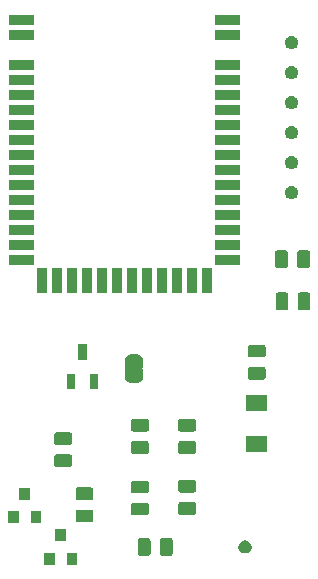
<source format=gbr>
G04 #@! TF.GenerationSoftware,KiCad,Pcbnew,(5.1.2-1)-1*
G04 #@! TF.CreationDate,2021-02-23T18:56:46+01:00*
G04 #@! TF.ProjectId,parasite,70617261-7369-4746-952e-6b696361645f,1.1.0*
G04 #@! TF.SameCoordinates,Original*
G04 #@! TF.FileFunction,Soldermask,Top*
G04 #@! TF.FilePolarity,Negative*
%FSLAX46Y46*%
G04 Gerber Fmt 4.6, Leading zero omitted, Abs format (unit mm)*
G04 Created by KiCad (PCBNEW (5.1.2-1)-1) date 2021-02-23 18:56:46*
%MOMM*%
%LPD*%
G04 APERTURE LIST*
%ADD10C,0.100000*%
G04 APERTURE END LIST*
D10*
G36*
X111401000Y-95001000D02*
G01*
X110499000Y-95001000D01*
X110499000Y-93999000D01*
X111401000Y-93999000D01*
X111401000Y-95001000D01*
X111401000Y-95001000D01*
G37*
G36*
X109501000Y-95001000D02*
G01*
X108599000Y-95001000D01*
X108599000Y-93999000D01*
X109501000Y-93999000D01*
X109501000Y-95001000D01*
X109501000Y-95001000D01*
G37*
G36*
X119309468Y-92753565D02*
G01*
X119348138Y-92765296D01*
X119383777Y-92784346D01*
X119415017Y-92809983D01*
X119440654Y-92841223D01*
X119459704Y-92876862D01*
X119471435Y-92915532D01*
X119476000Y-92961888D01*
X119476000Y-94038112D01*
X119471435Y-94084468D01*
X119459704Y-94123138D01*
X119440654Y-94158777D01*
X119415017Y-94190017D01*
X119383777Y-94215654D01*
X119348138Y-94234704D01*
X119309468Y-94246435D01*
X119263112Y-94251000D01*
X118611888Y-94251000D01*
X118565532Y-94246435D01*
X118526862Y-94234704D01*
X118491223Y-94215654D01*
X118459983Y-94190017D01*
X118434346Y-94158777D01*
X118415296Y-94123138D01*
X118403565Y-94084468D01*
X118399000Y-94038112D01*
X118399000Y-92961888D01*
X118403565Y-92915532D01*
X118415296Y-92876862D01*
X118434346Y-92841223D01*
X118459983Y-92809983D01*
X118491223Y-92784346D01*
X118526862Y-92765296D01*
X118565532Y-92753565D01*
X118611888Y-92749000D01*
X119263112Y-92749000D01*
X119309468Y-92753565D01*
X119309468Y-92753565D01*
G37*
G36*
X117434468Y-92753565D02*
G01*
X117473138Y-92765296D01*
X117508777Y-92784346D01*
X117540017Y-92809983D01*
X117565654Y-92841223D01*
X117584704Y-92876862D01*
X117596435Y-92915532D01*
X117601000Y-92961888D01*
X117601000Y-94038112D01*
X117596435Y-94084468D01*
X117584704Y-94123138D01*
X117565654Y-94158777D01*
X117540017Y-94190017D01*
X117508777Y-94215654D01*
X117473138Y-94234704D01*
X117434468Y-94246435D01*
X117388112Y-94251000D01*
X116736888Y-94251000D01*
X116690532Y-94246435D01*
X116651862Y-94234704D01*
X116616223Y-94215654D01*
X116584983Y-94190017D01*
X116559346Y-94158777D01*
X116540296Y-94123138D01*
X116528565Y-94084468D01*
X116524000Y-94038112D01*
X116524000Y-92961888D01*
X116528565Y-92915532D01*
X116540296Y-92876862D01*
X116559346Y-92841223D01*
X116584983Y-92809983D01*
X116616223Y-92784346D01*
X116651862Y-92765296D01*
X116690532Y-92753565D01*
X116736888Y-92749000D01*
X117388112Y-92749000D01*
X117434468Y-92753565D01*
X117434468Y-92753565D01*
G37*
G36*
X125760721Y-92970174D02*
G01*
X125860995Y-93011709D01*
X125860996Y-93011710D01*
X125951242Y-93072010D01*
X126027990Y-93148758D01*
X126027991Y-93148760D01*
X126088291Y-93239005D01*
X126129826Y-93339279D01*
X126151000Y-93445730D01*
X126151000Y-93554270D01*
X126129826Y-93660721D01*
X126088291Y-93760995D01*
X126088290Y-93760996D01*
X126027990Y-93851242D01*
X125951242Y-93927990D01*
X125905812Y-93958345D01*
X125860995Y-93988291D01*
X125760721Y-94029826D01*
X125654270Y-94051000D01*
X125545730Y-94051000D01*
X125439279Y-94029826D01*
X125339005Y-93988291D01*
X125294188Y-93958345D01*
X125248758Y-93927990D01*
X125172010Y-93851242D01*
X125111710Y-93760996D01*
X125111709Y-93760995D01*
X125070174Y-93660721D01*
X125049000Y-93554270D01*
X125049000Y-93445730D01*
X125070174Y-93339279D01*
X125111709Y-93239005D01*
X125172009Y-93148760D01*
X125172010Y-93148758D01*
X125248758Y-93072010D01*
X125339004Y-93011710D01*
X125339005Y-93011709D01*
X125439279Y-92970174D01*
X125545730Y-92949000D01*
X125654270Y-92949000D01*
X125760721Y-92970174D01*
X125760721Y-92970174D01*
G37*
G36*
X110451000Y-93001000D02*
G01*
X109549000Y-93001000D01*
X109549000Y-91999000D01*
X110451000Y-91999000D01*
X110451000Y-93001000D01*
X110451000Y-93001000D01*
G37*
G36*
X108351000Y-91501000D02*
G01*
X107449000Y-91501000D01*
X107449000Y-90499000D01*
X108351000Y-90499000D01*
X108351000Y-91501000D01*
X108351000Y-91501000D01*
G37*
G36*
X106451000Y-91501000D02*
G01*
X105549000Y-91501000D01*
X105549000Y-90499000D01*
X106451000Y-90499000D01*
X106451000Y-91501000D01*
X106451000Y-91501000D01*
G37*
G36*
X112584468Y-90341065D02*
G01*
X112623138Y-90352796D01*
X112658777Y-90371846D01*
X112690017Y-90397483D01*
X112715654Y-90428723D01*
X112734704Y-90464362D01*
X112746435Y-90503032D01*
X112751000Y-90549388D01*
X112751000Y-91200612D01*
X112746435Y-91246968D01*
X112734704Y-91285638D01*
X112715654Y-91321277D01*
X112690017Y-91352517D01*
X112658777Y-91378154D01*
X112623138Y-91397204D01*
X112584468Y-91408935D01*
X112538112Y-91413500D01*
X111461888Y-91413500D01*
X111415532Y-91408935D01*
X111376862Y-91397204D01*
X111341223Y-91378154D01*
X111309983Y-91352517D01*
X111284346Y-91321277D01*
X111265296Y-91285638D01*
X111253565Y-91246968D01*
X111249000Y-91200612D01*
X111249000Y-90549388D01*
X111253565Y-90503032D01*
X111265296Y-90464362D01*
X111284346Y-90428723D01*
X111309983Y-90397483D01*
X111341223Y-90371846D01*
X111376862Y-90352796D01*
X111415532Y-90341065D01*
X111461888Y-90336500D01*
X112538112Y-90336500D01*
X112584468Y-90341065D01*
X112584468Y-90341065D01*
G37*
G36*
X117284468Y-89766065D02*
G01*
X117323138Y-89777796D01*
X117358777Y-89796846D01*
X117390017Y-89822483D01*
X117415654Y-89853723D01*
X117434704Y-89889362D01*
X117446435Y-89928032D01*
X117451000Y-89974388D01*
X117451000Y-90625612D01*
X117446435Y-90671968D01*
X117434704Y-90710638D01*
X117415654Y-90746277D01*
X117390017Y-90777517D01*
X117358777Y-90803154D01*
X117323138Y-90822204D01*
X117284468Y-90833935D01*
X117238112Y-90838500D01*
X116161888Y-90838500D01*
X116115532Y-90833935D01*
X116076862Y-90822204D01*
X116041223Y-90803154D01*
X116009983Y-90777517D01*
X115984346Y-90746277D01*
X115965296Y-90710638D01*
X115953565Y-90671968D01*
X115949000Y-90625612D01*
X115949000Y-89974388D01*
X115953565Y-89928032D01*
X115965296Y-89889362D01*
X115984346Y-89853723D01*
X116009983Y-89822483D01*
X116041223Y-89796846D01*
X116076862Y-89777796D01*
X116115532Y-89766065D01*
X116161888Y-89761500D01*
X117238112Y-89761500D01*
X117284468Y-89766065D01*
X117284468Y-89766065D01*
G37*
G36*
X121284468Y-89703565D02*
G01*
X121323138Y-89715296D01*
X121358777Y-89734346D01*
X121390017Y-89759983D01*
X121415654Y-89791223D01*
X121434704Y-89826862D01*
X121446435Y-89865532D01*
X121451000Y-89911888D01*
X121451000Y-90563112D01*
X121446435Y-90609468D01*
X121434704Y-90648138D01*
X121415654Y-90683777D01*
X121390017Y-90715017D01*
X121358777Y-90740654D01*
X121323138Y-90759704D01*
X121284468Y-90771435D01*
X121238112Y-90776000D01*
X120161888Y-90776000D01*
X120115532Y-90771435D01*
X120076862Y-90759704D01*
X120041223Y-90740654D01*
X120009983Y-90715017D01*
X119984346Y-90683777D01*
X119965296Y-90648138D01*
X119953565Y-90609468D01*
X119949000Y-90563112D01*
X119949000Y-89911888D01*
X119953565Y-89865532D01*
X119965296Y-89826862D01*
X119984346Y-89791223D01*
X120009983Y-89759983D01*
X120041223Y-89734346D01*
X120076862Y-89715296D01*
X120115532Y-89703565D01*
X120161888Y-89699000D01*
X121238112Y-89699000D01*
X121284468Y-89703565D01*
X121284468Y-89703565D01*
G37*
G36*
X112584468Y-88466065D02*
G01*
X112623138Y-88477796D01*
X112658777Y-88496846D01*
X112690017Y-88522483D01*
X112715654Y-88553723D01*
X112734704Y-88589362D01*
X112746435Y-88628032D01*
X112751000Y-88674388D01*
X112751000Y-89325612D01*
X112746435Y-89371968D01*
X112734704Y-89410638D01*
X112715654Y-89446277D01*
X112690017Y-89477517D01*
X112658777Y-89503154D01*
X112623138Y-89522204D01*
X112584468Y-89533935D01*
X112538112Y-89538500D01*
X111461888Y-89538500D01*
X111415532Y-89533935D01*
X111376862Y-89522204D01*
X111341223Y-89503154D01*
X111309983Y-89477517D01*
X111284346Y-89446277D01*
X111265296Y-89410638D01*
X111253565Y-89371968D01*
X111249000Y-89325612D01*
X111249000Y-88674388D01*
X111253565Y-88628032D01*
X111265296Y-88589362D01*
X111284346Y-88553723D01*
X111309983Y-88522483D01*
X111341223Y-88496846D01*
X111376862Y-88477796D01*
X111415532Y-88466065D01*
X111461888Y-88461500D01*
X112538112Y-88461500D01*
X112584468Y-88466065D01*
X112584468Y-88466065D01*
G37*
G36*
X107401000Y-89501000D02*
G01*
X106499000Y-89501000D01*
X106499000Y-88499000D01*
X107401000Y-88499000D01*
X107401000Y-89501000D01*
X107401000Y-89501000D01*
G37*
G36*
X117284468Y-87891065D02*
G01*
X117323138Y-87902796D01*
X117358777Y-87921846D01*
X117390017Y-87947483D01*
X117415654Y-87978723D01*
X117434704Y-88014362D01*
X117446435Y-88053032D01*
X117451000Y-88099388D01*
X117451000Y-88750612D01*
X117446435Y-88796968D01*
X117434704Y-88835638D01*
X117415654Y-88871277D01*
X117390017Y-88902517D01*
X117358777Y-88928154D01*
X117323138Y-88947204D01*
X117284468Y-88958935D01*
X117238112Y-88963500D01*
X116161888Y-88963500D01*
X116115532Y-88958935D01*
X116076862Y-88947204D01*
X116041223Y-88928154D01*
X116009983Y-88902517D01*
X115984346Y-88871277D01*
X115965296Y-88835638D01*
X115953565Y-88796968D01*
X115949000Y-88750612D01*
X115949000Y-88099388D01*
X115953565Y-88053032D01*
X115965296Y-88014362D01*
X115984346Y-87978723D01*
X116009983Y-87947483D01*
X116041223Y-87921846D01*
X116076862Y-87902796D01*
X116115532Y-87891065D01*
X116161888Y-87886500D01*
X117238112Y-87886500D01*
X117284468Y-87891065D01*
X117284468Y-87891065D01*
G37*
G36*
X121284468Y-87828565D02*
G01*
X121323138Y-87840296D01*
X121358777Y-87859346D01*
X121390017Y-87884983D01*
X121415654Y-87916223D01*
X121434704Y-87951862D01*
X121446435Y-87990532D01*
X121451000Y-88036888D01*
X121451000Y-88688112D01*
X121446435Y-88734468D01*
X121434704Y-88773138D01*
X121415654Y-88808777D01*
X121390017Y-88840017D01*
X121358777Y-88865654D01*
X121323138Y-88884704D01*
X121284468Y-88896435D01*
X121238112Y-88901000D01*
X120161888Y-88901000D01*
X120115532Y-88896435D01*
X120076862Y-88884704D01*
X120041223Y-88865654D01*
X120009983Y-88840017D01*
X119984346Y-88808777D01*
X119965296Y-88773138D01*
X119953565Y-88734468D01*
X119949000Y-88688112D01*
X119949000Y-88036888D01*
X119953565Y-87990532D01*
X119965296Y-87951862D01*
X119984346Y-87916223D01*
X120009983Y-87884983D01*
X120041223Y-87859346D01*
X120076862Y-87840296D01*
X120115532Y-87828565D01*
X120161888Y-87824000D01*
X121238112Y-87824000D01*
X121284468Y-87828565D01*
X121284468Y-87828565D01*
G37*
G36*
X110784468Y-85666065D02*
G01*
X110823138Y-85677796D01*
X110858777Y-85696846D01*
X110890017Y-85722483D01*
X110915654Y-85753723D01*
X110934704Y-85789362D01*
X110946435Y-85828032D01*
X110951000Y-85874388D01*
X110951000Y-86525612D01*
X110946435Y-86571968D01*
X110934704Y-86610638D01*
X110915654Y-86646277D01*
X110890017Y-86677517D01*
X110858777Y-86703154D01*
X110823138Y-86722204D01*
X110784468Y-86733935D01*
X110738112Y-86738500D01*
X109661888Y-86738500D01*
X109615532Y-86733935D01*
X109576862Y-86722204D01*
X109541223Y-86703154D01*
X109509983Y-86677517D01*
X109484346Y-86646277D01*
X109465296Y-86610638D01*
X109453565Y-86571968D01*
X109449000Y-86525612D01*
X109449000Y-85874388D01*
X109453565Y-85828032D01*
X109465296Y-85789362D01*
X109484346Y-85753723D01*
X109509983Y-85722483D01*
X109541223Y-85696846D01*
X109576862Y-85677796D01*
X109615532Y-85666065D01*
X109661888Y-85661500D01*
X110738112Y-85661500D01*
X110784468Y-85666065D01*
X110784468Y-85666065D01*
G37*
G36*
X121284468Y-84541065D02*
G01*
X121323138Y-84552796D01*
X121358777Y-84571846D01*
X121390017Y-84597483D01*
X121415654Y-84628723D01*
X121434704Y-84664362D01*
X121446435Y-84703032D01*
X121451000Y-84749388D01*
X121451000Y-85400612D01*
X121446435Y-85446968D01*
X121434704Y-85485638D01*
X121415654Y-85521277D01*
X121390017Y-85552517D01*
X121358777Y-85578154D01*
X121323138Y-85597204D01*
X121284468Y-85608935D01*
X121238112Y-85613500D01*
X120161888Y-85613500D01*
X120115532Y-85608935D01*
X120076862Y-85597204D01*
X120041223Y-85578154D01*
X120009983Y-85552517D01*
X119984346Y-85521277D01*
X119965296Y-85485638D01*
X119953565Y-85446968D01*
X119949000Y-85400612D01*
X119949000Y-84749388D01*
X119953565Y-84703032D01*
X119965296Y-84664362D01*
X119984346Y-84628723D01*
X120009983Y-84597483D01*
X120041223Y-84571846D01*
X120076862Y-84552796D01*
X120115532Y-84541065D01*
X120161888Y-84536500D01*
X121238112Y-84536500D01*
X121284468Y-84541065D01*
X121284468Y-84541065D01*
G37*
G36*
X117284468Y-84541065D02*
G01*
X117323138Y-84552796D01*
X117358777Y-84571846D01*
X117390017Y-84597483D01*
X117415654Y-84628723D01*
X117434704Y-84664362D01*
X117446435Y-84703032D01*
X117451000Y-84749388D01*
X117451000Y-85400612D01*
X117446435Y-85446968D01*
X117434704Y-85485638D01*
X117415654Y-85521277D01*
X117390017Y-85552517D01*
X117358777Y-85578154D01*
X117323138Y-85597204D01*
X117284468Y-85608935D01*
X117238112Y-85613500D01*
X116161888Y-85613500D01*
X116115532Y-85608935D01*
X116076862Y-85597204D01*
X116041223Y-85578154D01*
X116009983Y-85552517D01*
X115984346Y-85521277D01*
X115965296Y-85485638D01*
X115953565Y-85446968D01*
X115949000Y-85400612D01*
X115949000Y-84749388D01*
X115953565Y-84703032D01*
X115965296Y-84664362D01*
X115984346Y-84628723D01*
X116009983Y-84597483D01*
X116041223Y-84571846D01*
X116076862Y-84552796D01*
X116115532Y-84541065D01*
X116161888Y-84536500D01*
X117238112Y-84536500D01*
X117284468Y-84541065D01*
X117284468Y-84541065D01*
G37*
G36*
X127501000Y-85501000D02*
G01*
X125699000Y-85501000D01*
X125699000Y-84099000D01*
X127501000Y-84099000D01*
X127501000Y-85501000D01*
X127501000Y-85501000D01*
G37*
G36*
X110784468Y-83791065D02*
G01*
X110823138Y-83802796D01*
X110858777Y-83821846D01*
X110890017Y-83847483D01*
X110915654Y-83878723D01*
X110934704Y-83914362D01*
X110946435Y-83953032D01*
X110951000Y-83999388D01*
X110951000Y-84650612D01*
X110946435Y-84696968D01*
X110934704Y-84735638D01*
X110915654Y-84771277D01*
X110890017Y-84802517D01*
X110858777Y-84828154D01*
X110823138Y-84847204D01*
X110784468Y-84858935D01*
X110738112Y-84863500D01*
X109661888Y-84863500D01*
X109615532Y-84858935D01*
X109576862Y-84847204D01*
X109541223Y-84828154D01*
X109509983Y-84802517D01*
X109484346Y-84771277D01*
X109465296Y-84735638D01*
X109453565Y-84696968D01*
X109449000Y-84650612D01*
X109449000Y-83999388D01*
X109453565Y-83953032D01*
X109465296Y-83914362D01*
X109484346Y-83878723D01*
X109509983Y-83847483D01*
X109541223Y-83821846D01*
X109576862Y-83802796D01*
X109615532Y-83791065D01*
X109661888Y-83786500D01*
X110738112Y-83786500D01*
X110784468Y-83791065D01*
X110784468Y-83791065D01*
G37*
G36*
X117284468Y-82666065D02*
G01*
X117323138Y-82677796D01*
X117358777Y-82696846D01*
X117390017Y-82722483D01*
X117415654Y-82753723D01*
X117434704Y-82789362D01*
X117446435Y-82828032D01*
X117451000Y-82874388D01*
X117451000Y-83525612D01*
X117446435Y-83571968D01*
X117434704Y-83610638D01*
X117415654Y-83646277D01*
X117390017Y-83677517D01*
X117358777Y-83703154D01*
X117323138Y-83722204D01*
X117284468Y-83733935D01*
X117238112Y-83738500D01*
X116161888Y-83738500D01*
X116115532Y-83733935D01*
X116076862Y-83722204D01*
X116041223Y-83703154D01*
X116009983Y-83677517D01*
X115984346Y-83646277D01*
X115965296Y-83610638D01*
X115953565Y-83571968D01*
X115949000Y-83525612D01*
X115949000Y-82874388D01*
X115953565Y-82828032D01*
X115965296Y-82789362D01*
X115984346Y-82753723D01*
X116009983Y-82722483D01*
X116041223Y-82696846D01*
X116076862Y-82677796D01*
X116115532Y-82666065D01*
X116161888Y-82661500D01*
X117238112Y-82661500D01*
X117284468Y-82666065D01*
X117284468Y-82666065D01*
G37*
G36*
X121284468Y-82666065D02*
G01*
X121323138Y-82677796D01*
X121358777Y-82696846D01*
X121390017Y-82722483D01*
X121415654Y-82753723D01*
X121434704Y-82789362D01*
X121446435Y-82828032D01*
X121451000Y-82874388D01*
X121451000Y-83525612D01*
X121446435Y-83571968D01*
X121434704Y-83610638D01*
X121415654Y-83646277D01*
X121390017Y-83677517D01*
X121358777Y-83703154D01*
X121323138Y-83722204D01*
X121284468Y-83733935D01*
X121238112Y-83738500D01*
X120161888Y-83738500D01*
X120115532Y-83733935D01*
X120076862Y-83722204D01*
X120041223Y-83703154D01*
X120009983Y-83677517D01*
X119984346Y-83646277D01*
X119965296Y-83610638D01*
X119953565Y-83571968D01*
X119949000Y-83525612D01*
X119949000Y-82874388D01*
X119953565Y-82828032D01*
X119965296Y-82789362D01*
X119984346Y-82753723D01*
X120009983Y-82722483D01*
X120041223Y-82696846D01*
X120076862Y-82677796D01*
X120115532Y-82666065D01*
X120161888Y-82661500D01*
X121238112Y-82661500D01*
X121284468Y-82666065D01*
X121284468Y-82666065D01*
G37*
G36*
X127501000Y-82001000D02*
G01*
X125699000Y-82001000D01*
X125699000Y-80599000D01*
X127501000Y-80599000D01*
X127501000Y-82001000D01*
X127501000Y-82001000D01*
G37*
G36*
X113136000Y-80151000D02*
G01*
X112444000Y-80151000D01*
X112444000Y-78839000D01*
X113136000Y-78839000D01*
X113136000Y-80151000D01*
X113136000Y-80151000D01*
G37*
G36*
X111236000Y-80151000D02*
G01*
X110544000Y-80151000D01*
X110544000Y-78839000D01*
X111236000Y-78839000D01*
X111236000Y-80151000D01*
X111236000Y-80151000D01*
G37*
G36*
X116462199Y-77199954D02*
G01*
X116474450Y-77200556D01*
X116492869Y-77200556D01*
X116515149Y-77202750D01*
X116599233Y-77219476D01*
X116620660Y-77225976D01*
X116699858Y-77258780D01*
X116705303Y-77261691D01*
X116705309Y-77261693D01*
X116714169Y-77266429D01*
X116714173Y-77266432D01*
X116719614Y-77269340D01*
X116790899Y-77316971D01*
X116808204Y-77331172D01*
X116868828Y-77391796D01*
X116883029Y-77409101D01*
X116930660Y-77480386D01*
X116933568Y-77485827D01*
X116933571Y-77485831D01*
X116938307Y-77494691D01*
X116938309Y-77494697D01*
X116941220Y-77500142D01*
X116974024Y-77579340D01*
X116980524Y-77600767D01*
X116997250Y-77684851D01*
X116999444Y-77707131D01*
X116999444Y-77725550D01*
X117000046Y-77737801D01*
X117001852Y-77756139D01*
X117001852Y-78243860D01*
X117000263Y-78259999D01*
X116997348Y-78269608D01*
X116992610Y-78278472D01*
X116986237Y-78286237D01*
X116973794Y-78296448D01*
X116963425Y-78303378D01*
X116946098Y-78320705D01*
X116932485Y-78341080D01*
X116923109Y-78363720D01*
X116918329Y-78387753D01*
X116918330Y-78412257D01*
X116923112Y-78436290D01*
X116932490Y-78458929D01*
X116946105Y-78479302D01*
X116963432Y-78496629D01*
X116973802Y-78503558D01*
X116986237Y-78513763D01*
X116992610Y-78521528D01*
X116997348Y-78530392D01*
X117000263Y-78540001D01*
X117001852Y-78556140D01*
X117001852Y-79043862D01*
X117000046Y-79062199D01*
X116999444Y-79074450D01*
X116999444Y-79092869D01*
X116997250Y-79115149D01*
X116980524Y-79199233D01*
X116974024Y-79220660D01*
X116941220Y-79299858D01*
X116938309Y-79305303D01*
X116938307Y-79305309D01*
X116933571Y-79314169D01*
X116933568Y-79314173D01*
X116930660Y-79319614D01*
X116883029Y-79390899D01*
X116868828Y-79408204D01*
X116808204Y-79468828D01*
X116790899Y-79483029D01*
X116719614Y-79530660D01*
X116714173Y-79533568D01*
X116714169Y-79533571D01*
X116705309Y-79538307D01*
X116705303Y-79538309D01*
X116699858Y-79541220D01*
X116620660Y-79574024D01*
X116599233Y-79580524D01*
X116515149Y-79597250D01*
X116492869Y-79599444D01*
X116474450Y-79599444D01*
X116462199Y-79600046D01*
X116443862Y-79601852D01*
X115956138Y-79601852D01*
X115937801Y-79600046D01*
X115925550Y-79599444D01*
X115907131Y-79599444D01*
X115884851Y-79597250D01*
X115800767Y-79580524D01*
X115779340Y-79574024D01*
X115700142Y-79541220D01*
X115694697Y-79538309D01*
X115694691Y-79538307D01*
X115685831Y-79533571D01*
X115685827Y-79533568D01*
X115680386Y-79530660D01*
X115609101Y-79483029D01*
X115591796Y-79468828D01*
X115531172Y-79408204D01*
X115516971Y-79390899D01*
X115469340Y-79319614D01*
X115466432Y-79314173D01*
X115466429Y-79314169D01*
X115461693Y-79305309D01*
X115461691Y-79305303D01*
X115458780Y-79299858D01*
X115425976Y-79220660D01*
X115419476Y-79199233D01*
X115402750Y-79115149D01*
X115400556Y-79092869D01*
X115400556Y-79074450D01*
X115399954Y-79062199D01*
X115398148Y-79043862D01*
X115398148Y-78556140D01*
X115399737Y-78540001D01*
X115402652Y-78530392D01*
X115407390Y-78521528D01*
X115413763Y-78513763D01*
X115426206Y-78503552D01*
X115436575Y-78496622D01*
X115453902Y-78479295D01*
X115467515Y-78458920D01*
X115476891Y-78436280D01*
X115481671Y-78412247D01*
X115481670Y-78387743D01*
X115476888Y-78363710D01*
X115467510Y-78341071D01*
X115453895Y-78320698D01*
X115436568Y-78303371D01*
X115426198Y-78296442D01*
X115413763Y-78286237D01*
X115407390Y-78278472D01*
X115402652Y-78269608D01*
X115399737Y-78259999D01*
X115398148Y-78243860D01*
X115398148Y-77756139D01*
X115399954Y-77737801D01*
X115400556Y-77725550D01*
X115400556Y-77707131D01*
X115402750Y-77684851D01*
X115419476Y-77600767D01*
X115425976Y-77579340D01*
X115458780Y-77500142D01*
X115461691Y-77494697D01*
X115461693Y-77494691D01*
X115466429Y-77485831D01*
X115466432Y-77485827D01*
X115469340Y-77480386D01*
X115516971Y-77409101D01*
X115531172Y-77391796D01*
X115591796Y-77331172D01*
X115609101Y-77316971D01*
X115680386Y-77269340D01*
X115685827Y-77266432D01*
X115685831Y-77266429D01*
X115694691Y-77261693D01*
X115694697Y-77261691D01*
X115700142Y-77258780D01*
X115779340Y-77225976D01*
X115800767Y-77219476D01*
X115884851Y-77202750D01*
X115907131Y-77200556D01*
X115925550Y-77200556D01*
X115937801Y-77199954D01*
X115956139Y-77198148D01*
X116443861Y-77198148D01*
X116462199Y-77199954D01*
X116462199Y-77199954D01*
G37*
G36*
X127184468Y-78266065D02*
G01*
X127223138Y-78277796D01*
X127258777Y-78296846D01*
X127290017Y-78322483D01*
X127315654Y-78353723D01*
X127334704Y-78389362D01*
X127346435Y-78428032D01*
X127351000Y-78474388D01*
X127351000Y-79125612D01*
X127346435Y-79171968D01*
X127334704Y-79210638D01*
X127315654Y-79246277D01*
X127290017Y-79277517D01*
X127258777Y-79303154D01*
X127223138Y-79322204D01*
X127184468Y-79333935D01*
X127138112Y-79338500D01*
X126061888Y-79338500D01*
X126015532Y-79333935D01*
X125976862Y-79322204D01*
X125941223Y-79303154D01*
X125909983Y-79277517D01*
X125884346Y-79246277D01*
X125865296Y-79210638D01*
X125853565Y-79171968D01*
X125849000Y-79125612D01*
X125849000Y-78474388D01*
X125853565Y-78428032D01*
X125865296Y-78389362D01*
X125884346Y-78353723D01*
X125909983Y-78322483D01*
X125941223Y-78296846D01*
X125976862Y-78277796D01*
X126015532Y-78266065D01*
X126061888Y-78261500D01*
X127138112Y-78261500D01*
X127184468Y-78266065D01*
X127184468Y-78266065D01*
G37*
G36*
X112186000Y-77641000D02*
G01*
X111494000Y-77641000D01*
X111494000Y-76329000D01*
X112186000Y-76329000D01*
X112186000Y-77641000D01*
X112186000Y-77641000D01*
G37*
G36*
X127184468Y-76391065D02*
G01*
X127223138Y-76402796D01*
X127258777Y-76421846D01*
X127290017Y-76447483D01*
X127315654Y-76478723D01*
X127334704Y-76514362D01*
X127346435Y-76553032D01*
X127351000Y-76599388D01*
X127351000Y-77250612D01*
X127346435Y-77296968D01*
X127334704Y-77335638D01*
X127315654Y-77371277D01*
X127290017Y-77402517D01*
X127258777Y-77428154D01*
X127223138Y-77447204D01*
X127184468Y-77458935D01*
X127138112Y-77463500D01*
X126061888Y-77463500D01*
X126015532Y-77458935D01*
X125976862Y-77447204D01*
X125941223Y-77428154D01*
X125909983Y-77402517D01*
X125884346Y-77371277D01*
X125865296Y-77335638D01*
X125853565Y-77296968D01*
X125849000Y-77250612D01*
X125849000Y-76599388D01*
X125853565Y-76553032D01*
X125865296Y-76514362D01*
X125884346Y-76478723D01*
X125909983Y-76447483D01*
X125941223Y-76421846D01*
X125976862Y-76402796D01*
X126015532Y-76391065D01*
X126061888Y-76386500D01*
X127138112Y-76386500D01*
X127184468Y-76391065D01*
X127184468Y-76391065D01*
G37*
G36*
X129096968Y-71953565D02*
G01*
X129135638Y-71965296D01*
X129171277Y-71984346D01*
X129202517Y-72009983D01*
X129228154Y-72041223D01*
X129247204Y-72076862D01*
X129258935Y-72115532D01*
X129263500Y-72161888D01*
X129263500Y-73238112D01*
X129258935Y-73284468D01*
X129247204Y-73323138D01*
X129228154Y-73358777D01*
X129202517Y-73390017D01*
X129171277Y-73415654D01*
X129135638Y-73434704D01*
X129096968Y-73446435D01*
X129050612Y-73451000D01*
X128399388Y-73451000D01*
X128353032Y-73446435D01*
X128314362Y-73434704D01*
X128278723Y-73415654D01*
X128247483Y-73390017D01*
X128221846Y-73358777D01*
X128202796Y-73323138D01*
X128191065Y-73284468D01*
X128186500Y-73238112D01*
X128186500Y-72161888D01*
X128191065Y-72115532D01*
X128202796Y-72076862D01*
X128221846Y-72041223D01*
X128247483Y-72009983D01*
X128278723Y-71984346D01*
X128314362Y-71965296D01*
X128353032Y-71953565D01*
X128399388Y-71949000D01*
X129050612Y-71949000D01*
X129096968Y-71953565D01*
X129096968Y-71953565D01*
G37*
G36*
X130971968Y-71953565D02*
G01*
X131010638Y-71965296D01*
X131046277Y-71984346D01*
X131077517Y-72009983D01*
X131103154Y-72041223D01*
X131122204Y-72076862D01*
X131133935Y-72115532D01*
X131138500Y-72161888D01*
X131138500Y-73238112D01*
X131133935Y-73284468D01*
X131122204Y-73323138D01*
X131103154Y-73358777D01*
X131077517Y-73390017D01*
X131046277Y-73415654D01*
X131010638Y-73434704D01*
X130971968Y-73446435D01*
X130925612Y-73451000D01*
X130274388Y-73451000D01*
X130228032Y-73446435D01*
X130189362Y-73434704D01*
X130153723Y-73415654D01*
X130122483Y-73390017D01*
X130096846Y-73358777D01*
X130077796Y-73323138D01*
X130066065Y-73284468D01*
X130061500Y-73238112D01*
X130061500Y-72161888D01*
X130066065Y-72115532D01*
X130077796Y-72076862D01*
X130096846Y-72041223D01*
X130122483Y-72009983D01*
X130153723Y-71984346D01*
X130189362Y-71965296D01*
X130228032Y-71953565D01*
X130274388Y-71949000D01*
X130925612Y-71949000D01*
X130971968Y-71953565D01*
X130971968Y-71953565D01*
G37*
G36*
X111406000Y-72001000D02*
G01*
X110504000Y-72001000D01*
X110504000Y-69899000D01*
X111406000Y-69899000D01*
X111406000Y-72001000D01*
X111406000Y-72001000D01*
G37*
G36*
X112676000Y-72001000D02*
G01*
X111774000Y-72001000D01*
X111774000Y-69899000D01*
X112676000Y-69899000D01*
X112676000Y-72001000D01*
X112676000Y-72001000D01*
G37*
G36*
X113946000Y-72001000D02*
G01*
X113044000Y-72001000D01*
X113044000Y-69899000D01*
X113946000Y-69899000D01*
X113946000Y-72001000D01*
X113946000Y-72001000D01*
G37*
G36*
X115216000Y-72001000D02*
G01*
X114314000Y-72001000D01*
X114314000Y-69899000D01*
X115216000Y-69899000D01*
X115216000Y-72001000D01*
X115216000Y-72001000D01*
G37*
G36*
X116486000Y-72001000D02*
G01*
X115584000Y-72001000D01*
X115584000Y-69899000D01*
X116486000Y-69899000D01*
X116486000Y-72001000D01*
X116486000Y-72001000D01*
G37*
G36*
X117756000Y-72001000D02*
G01*
X116854000Y-72001000D01*
X116854000Y-69899000D01*
X117756000Y-69899000D01*
X117756000Y-72001000D01*
X117756000Y-72001000D01*
G37*
G36*
X119026000Y-72001000D02*
G01*
X118124000Y-72001000D01*
X118124000Y-69899000D01*
X119026000Y-69899000D01*
X119026000Y-72001000D01*
X119026000Y-72001000D01*
G37*
G36*
X120296000Y-72001000D02*
G01*
X119394000Y-72001000D01*
X119394000Y-69899000D01*
X120296000Y-69899000D01*
X120296000Y-72001000D01*
X120296000Y-72001000D01*
G37*
G36*
X121566000Y-72001000D02*
G01*
X120664000Y-72001000D01*
X120664000Y-69899000D01*
X121566000Y-69899000D01*
X121566000Y-72001000D01*
X121566000Y-72001000D01*
G37*
G36*
X122836000Y-72001000D02*
G01*
X121934000Y-72001000D01*
X121934000Y-69899000D01*
X122836000Y-69899000D01*
X122836000Y-72001000D01*
X122836000Y-72001000D01*
G37*
G36*
X110136000Y-72001000D02*
G01*
X109234000Y-72001000D01*
X109234000Y-69899000D01*
X110136000Y-69899000D01*
X110136000Y-72001000D01*
X110136000Y-72001000D01*
G37*
G36*
X108866000Y-72001000D02*
G01*
X107964000Y-72001000D01*
X107964000Y-69899000D01*
X108866000Y-69899000D01*
X108866000Y-72001000D01*
X108866000Y-72001000D01*
G37*
G36*
X129054468Y-68398565D02*
G01*
X129093138Y-68410296D01*
X129128777Y-68429346D01*
X129160017Y-68454983D01*
X129185654Y-68486223D01*
X129204704Y-68521862D01*
X129216435Y-68560532D01*
X129221000Y-68606888D01*
X129221000Y-69683112D01*
X129216435Y-69729468D01*
X129204704Y-69768138D01*
X129185654Y-69803777D01*
X129160017Y-69835017D01*
X129128777Y-69860654D01*
X129093138Y-69879704D01*
X129054468Y-69891435D01*
X129008112Y-69896000D01*
X128356888Y-69896000D01*
X128310532Y-69891435D01*
X128271862Y-69879704D01*
X128236223Y-69860654D01*
X128204983Y-69835017D01*
X128179346Y-69803777D01*
X128160296Y-69768138D01*
X128148565Y-69729468D01*
X128144000Y-69683112D01*
X128144000Y-68606888D01*
X128148565Y-68560532D01*
X128160296Y-68521862D01*
X128179346Y-68486223D01*
X128204983Y-68454983D01*
X128236223Y-68429346D01*
X128271862Y-68410296D01*
X128310532Y-68398565D01*
X128356888Y-68394000D01*
X129008112Y-68394000D01*
X129054468Y-68398565D01*
X129054468Y-68398565D01*
G37*
G36*
X130929468Y-68398565D02*
G01*
X130968138Y-68410296D01*
X131003777Y-68429346D01*
X131035017Y-68454983D01*
X131060654Y-68486223D01*
X131079704Y-68521862D01*
X131091435Y-68560532D01*
X131096000Y-68606888D01*
X131096000Y-69683112D01*
X131091435Y-69729468D01*
X131079704Y-69768138D01*
X131060654Y-69803777D01*
X131035017Y-69835017D01*
X131003777Y-69860654D01*
X130968138Y-69879704D01*
X130929468Y-69891435D01*
X130883112Y-69896000D01*
X130231888Y-69896000D01*
X130185532Y-69891435D01*
X130146862Y-69879704D01*
X130111223Y-69860654D01*
X130079983Y-69835017D01*
X130054346Y-69803777D01*
X130035296Y-69768138D01*
X130023565Y-69729468D01*
X130019000Y-69683112D01*
X130019000Y-68606888D01*
X130023565Y-68560532D01*
X130035296Y-68521862D01*
X130054346Y-68486223D01*
X130079983Y-68454983D01*
X130111223Y-68429346D01*
X130146862Y-68410296D01*
X130185532Y-68398565D01*
X130231888Y-68394000D01*
X130883112Y-68394000D01*
X130929468Y-68398565D01*
X130929468Y-68398565D01*
G37*
G36*
X107721000Y-69656000D02*
G01*
X105619000Y-69656000D01*
X105619000Y-68754000D01*
X107721000Y-68754000D01*
X107721000Y-69656000D01*
X107721000Y-69656000D01*
G37*
G36*
X125181000Y-69656000D02*
G01*
X123079000Y-69656000D01*
X123079000Y-68754000D01*
X125181000Y-68754000D01*
X125181000Y-69656000D01*
X125181000Y-69656000D01*
G37*
G36*
X125181000Y-68386000D02*
G01*
X123079000Y-68386000D01*
X123079000Y-67484000D01*
X125181000Y-67484000D01*
X125181000Y-68386000D01*
X125181000Y-68386000D01*
G37*
G36*
X107721000Y-68386000D02*
G01*
X105619000Y-68386000D01*
X105619000Y-67484000D01*
X107721000Y-67484000D01*
X107721000Y-68386000D01*
X107721000Y-68386000D01*
G37*
G36*
X125181000Y-67116000D02*
G01*
X123079000Y-67116000D01*
X123079000Y-66214000D01*
X125181000Y-66214000D01*
X125181000Y-67116000D01*
X125181000Y-67116000D01*
G37*
G36*
X107721000Y-67116000D02*
G01*
X105619000Y-67116000D01*
X105619000Y-66214000D01*
X107721000Y-66214000D01*
X107721000Y-67116000D01*
X107721000Y-67116000D01*
G37*
G36*
X125181000Y-65846000D02*
G01*
X123079000Y-65846000D01*
X123079000Y-64944000D01*
X125181000Y-64944000D01*
X125181000Y-65846000D01*
X125181000Y-65846000D01*
G37*
G36*
X107721000Y-65846000D02*
G01*
X105619000Y-65846000D01*
X105619000Y-64944000D01*
X107721000Y-64944000D01*
X107721000Y-65846000D01*
X107721000Y-65846000D01*
G37*
G36*
X125181000Y-64576000D02*
G01*
X123079000Y-64576000D01*
X123079000Y-63674000D01*
X125181000Y-63674000D01*
X125181000Y-64576000D01*
X125181000Y-64576000D01*
G37*
G36*
X107721000Y-64576000D02*
G01*
X105619000Y-64576000D01*
X105619000Y-63674000D01*
X107721000Y-63674000D01*
X107721000Y-64576000D01*
X107721000Y-64576000D01*
G37*
G36*
X129700721Y-62970174D02*
G01*
X129800995Y-63011709D01*
X129800996Y-63011710D01*
X129891242Y-63072010D01*
X129967990Y-63148758D01*
X129967991Y-63148760D01*
X130028291Y-63239005D01*
X130069826Y-63339279D01*
X130091000Y-63445730D01*
X130091000Y-63554270D01*
X130069826Y-63660721D01*
X130028291Y-63760995D01*
X130028290Y-63760996D01*
X129967990Y-63851242D01*
X129891242Y-63927990D01*
X129845812Y-63958345D01*
X129800995Y-63988291D01*
X129700721Y-64029826D01*
X129594270Y-64051000D01*
X129485730Y-64051000D01*
X129379279Y-64029826D01*
X129279005Y-63988291D01*
X129234188Y-63958345D01*
X129188758Y-63927990D01*
X129112010Y-63851242D01*
X129051710Y-63760996D01*
X129051709Y-63760995D01*
X129010174Y-63660721D01*
X128989000Y-63554270D01*
X128989000Y-63445730D01*
X129010174Y-63339279D01*
X129051709Y-63239005D01*
X129112009Y-63148760D01*
X129112010Y-63148758D01*
X129188758Y-63072010D01*
X129279004Y-63011710D01*
X129279005Y-63011709D01*
X129379279Y-62970174D01*
X129485730Y-62949000D01*
X129594270Y-62949000D01*
X129700721Y-62970174D01*
X129700721Y-62970174D01*
G37*
G36*
X125181000Y-63306000D02*
G01*
X123079000Y-63306000D01*
X123079000Y-62404000D01*
X125181000Y-62404000D01*
X125181000Y-63306000D01*
X125181000Y-63306000D01*
G37*
G36*
X107721000Y-63306000D02*
G01*
X105619000Y-63306000D01*
X105619000Y-62404000D01*
X107721000Y-62404000D01*
X107721000Y-63306000D01*
X107721000Y-63306000D01*
G37*
G36*
X125181000Y-62036000D02*
G01*
X123079000Y-62036000D01*
X123079000Y-61134000D01*
X125181000Y-61134000D01*
X125181000Y-62036000D01*
X125181000Y-62036000D01*
G37*
G36*
X107721000Y-62036000D02*
G01*
X105619000Y-62036000D01*
X105619000Y-61134000D01*
X107721000Y-61134000D01*
X107721000Y-62036000D01*
X107721000Y-62036000D01*
G37*
G36*
X129700721Y-60430174D02*
G01*
X129800995Y-60471709D01*
X129800996Y-60471710D01*
X129891242Y-60532010D01*
X129967990Y-60608758D01*
X129967991Y-60608760D01*
X130028291Y-60699005D01*
X130069826Y-60799279D01*
X130091000Y-60905730D01*
X130091000Y-61014270D01*
X130069826Y-61120721D01*
X130028291Y-61220995D01*
X130028290Y-61220996D01*
X129967990Y-61311242D01*
X129891242Y-61387990D01*
X129845812Y-61418345D01*
X129800995Y-61448291D01*
X129700721Y-61489826D01*
X129594270Y-61511000D01*
X129485730Y-61511000D01*
X129379279Y-61489826D01*
X129279005Y-61448291D01*
X129234188Y-61418345D01*
X129188758Y-61387990D01*
X129112010Y-61311242D01*
X129051710Y-61220996D01*
X129051709Y-61220995D01*
X129010174Y-61120721D01*
X128989000Y-61014270D01*
X128989000Y-60905730D01*
X129010174Y-60799279D01*
X129051709Y-60699005D01*
X129112009Y-60608760D01*
X129112010Y-60608758D01*
X129188758Y-60532010D01*
X129279004Y-60471710D01*
X129279005Y-60471709D01*
X129379279Y-60430174D01*
X129485730Y-60409000D01*
X129594270Y-60409000D01*
X129700721Y-60430174D01*
X129700721Y-60430174D01*
G37*
G36*
X125181000Y-60766000D02*
G01*
X123079000Y-60766000D01*
X123079000Y-59864000D01*
X125181000Y-59864000D01*
X125181000Y-60766000D01*
X125181000Y-60766000D01*
G37*
G36*
X107721000Y-60766000D02*
G01*
X105619000Y-60766000D01*
X105619000Y-59864000D01*
X107721000Y-59864000D01*
X107721000Y-60766000D01*
X107721000Y-60766000D01*
G37*
G36*
X125181000Y-59496000D02*
G01*
X123079000Y-59496000D01*
X123079000Y-58594000D01*
X125181000Y-58594000D01*
X125181000Y-59496000D01*
X125181000Y-59496000D01*
G37*
G36*
X107721000Y-59496000D02*
G01*
X105619000Y-59496000D01*
X105619000Y-58594000D01*
X107721000Y-58594000D01*
X107721000Y-59496000D01*
X107721000Y-59496000D01*
G37*
G36*
X129700721Y-57890174D02*
G01*
X129800995Y-57931709D01*
X129800996Y-57931710D01*
X129891242Y-57992010D01*
X129967990Y-58068758D01*
X129967991Y-58068760D01*
X130028291Y-58159005D01*
X130069826Y-58259279D01*
X130091000Y-58365730D01*
X130091000Y-58474270D01*
X130069826Y-58580721D01*
X130028291Y-58680995D01*
X130028290Y-58680996D01*
X129967990Y-58771242D01*
X129891242Y-58847990D01*
X129845812Y-58878345D01*
X129800995Y-58908291D01*
X129700721Y-58949826D01*
X129594270Y-58971000D01*
X129485730Y-58971000D01*
X129379279Y-58949826D01*
X129279005Y-58908291D01*
X129234188Y-58878345D01*
X129188758Y-58847990D01*
X129112010Y-58771242D01*
X129051710Y-58680996D01*
X129051709Y-58680995D01*
X129010174Y-58580721D01*
X128989000Y-58474270D01*
X128989000Y-58365730D01*
X129010174Y-58259279D01*
X129051709Y-58159005D01*
X129112009Y-58068760D01*
X129112010Y-58068758D01*
X129188758Y-57992010D01*
X129279004Y-57931710D01*
X129279005Y-57931709D01*
X129379279Y-57890174D01*
X129485730Y-57869000D01*
X129594270Y-57869000D01*
X129700721Y-57890174D01*
X129700721Y-57890174D01*
G37*
G36*
X107721000Y-58226000D02*
G01*
X105619000Y-58226000D01*
X105619000Y-57324000D01*
X107721000Y-57324000D01*
X107721000Y-58226000D01*
X107721000Y-58226000D01*
G37*
G36*
X125181000Y-58226000D02*
G01*
X123079000Y-58226000D01*
X123079000Y-57324000D01*
X125181000Y-57324000D01*
X125181000Y-58226000D01*
X125181000Y-58226000D01*
G37*
G36*
X125181000Y-56956000D02*
G01*
X123079000Y-56956000D01*
X123079000Y-56054000D01*
X125181000Y-56054000D01*
X125181000Y-56956000D01*
X125181000Y-56956000D01*
G37*
G36*
X107721000Y-56956000D02*
G01*
X105619000Y-56956000D01*
X105619000Y-56054000D01*
X107721000Y-56054000D01*
X107721000Y-56956000D01*
X107721000Y-56956000D01*
G37*
G36*
X129700721Y-55350174D02*
G01*
X129800995Y-55391709D01*
X129800996Y-55391710D01*
X129891242Y-55452010D01*
X129967990Y-55528758D01*
X129967991Y-55528760D01*
X130028291Y-55619005D01*
X130069826Y-55719279D01*
X130091000Y-55825730D01*
X130091000Y-55934270D01*
X130069826Y-56040721D01*
X130028291Y-56140995D01*
X130028290Y-56140996D01*
X129967990Y-56231242D01*
X129891242Y-56307990D01*
X129845812Y-56338345D01*
X129800995Y-56368291D01*
X129700721Y-56409826D01*
X129594270Y-56431000D01*
X129485730Y-56431000D01*
X129379279Y-56409826D01*
X129279005Y-56368291D01*
X129234188Y-56338345D01*
X129188758Y-56307990D01*
X129112010Y-56231242D01*
X129051710Y-56140996D01*
X129051709Y-56140995D01*
X129010174Y-56040721D01*
X128989000Y-55934270D01*
X128989000Y-55825730D01*
X129010174Y-55719279D01*
X129051709Y-55619005D01*
X129112009Y-55528760D01*
X129112010Y-55528758D01*
X129188758Y-55452010D01*
X129279004Y-55391710D01*
X129279005Y-55391709D01*
X129379279Y-55350174D01*
X129485730Y-55329000D01*
X129594270Y-55329000D01*
X129700721Y-55350174D01*
X129700721Y-55350174D01*
G37*
G36*
X125181000Y-55686000D02*
G01*
X123079000Y-55686000D01*
X123079000Y-54784000D01*
X125181000Y-54784000D01*
X125181000Y-55686000D01*
X125181000Y-55686000D01*
G37*
G36*
X107721000Y-55686000D02*
G01*
X105619000Y-55686000D01*
X105619000Y-54784000D01*
X107721000Y-54784000D01*
X107721000Y-55686000D01*
X107721000Y-55686000D01*
G37*
G36*
X125181000Y-54416000D02*
G01*
X123079000Y-54416000D01*
X123079000Y-53514000D01*
X125181000Y-53514000D01*
X125181000Y-54416000D01*
X125181000Y-54416000D01*
G37*
G36*
X107721000Y-54416000D02*
G01*
X105619000Y-54416000D01*
X105619000Y-53514000D01*
X107721000Y-53514000D01*
X107721000Y-54416000D01*
X107721000Y-54416000D01*
G37*
G36*
X129700721Y-52810174D02*
G01*
X129800995Y-52851709D01*
X129800996Y-52851710D01*
X129891242Y-52912010D01*
X129967990Y-52988758D01*
X129967991Y-52988760D01*
X130028291Y-53079005D01*
X130069826Y-53179279D01*
X130091000Y-53285730D01*
X130091000Y-53394270D01*
X130069826Y-53500721D01*
X130028291Y-53600995D01*
X130028290Y-53600996D01*
X129967990Y-53691242D01*
X129891242Y-53767990D01*
X129845812Y-53798345D01*
X129800995Y-53828291D01*
X129700721Y-53869826D01*
X129594270Y-53891000D01*
X129485730Y-53891000D01*
X129379279Y-53869826D01*
X129279005Y-53828291D01*
X129234188Y-53798345D01*
X129188758Y-53767990D01*
X129112010Y-53691242D01*
X129051710Y-53600996D01*
X129051709Y-53600995D01*
X129010174Y-53500721D01*
X128989000Y-53394270D01*
X128989000Y-53285730D01*
X129010174Y-53179279D01*
X129051709Y-53079005D01*
X129112009Y-52988760D01*
X129112010Y-52988758D01*
X129188758Y-52912010D01*
X129279004Y-52851710D01*
X129279005Y-52851709D01*
X129379279Y-52810174D01*
X129485730Y-52789000D01*
X129594270Y-52789000D01*
X129700721Y-52810174D01*
X129700721Y-52810174D01*
G37*
G36*
X125181000Y-53146000D02*
G01*
X123079000Y-53146000D01*
X123079000Y-52244000D01*
X125181000Y-52244000D01*
X125181000Y-53146000D01*
X125181000Y-53146000D01*
G37*
G36*
X107721000Y-53146000D02*
G01*
X105619000Y-53146000D01*
X105619000Y-52244000D01*
X107721000Y-52244000D01*
X107721000Y-53146000D01*
X107721000Y-53146000D01*
G37*
G36*
X129700721Y-50270174D02*
G01*
X129800995Y-50311709D01*
X129800996Y-50311710D01*
X129891242Y-50372010D01*
X129967990Y-50448758D01*
X129967991Y-50448760D01*
X130028291Y-50539005D01*
X130069826Y-50639279D01*
X130091000Y-50745730D01*
X130091000Y-50854270D01*
X130069826Y-50960721D01*
X130028291Y-51060995D01*
X130028290Y-51060996D01*
X129967990Y-51151242D01*
X129891242Y-51227990D01*
X129845812Y-51258345D01*
X129800995Y-51288291D01*
X129700721Y-51329826D01*
X129594270Y-51351000D01*
X129485730Y-51351000D01*
X129379279Y-51329826D01*
X129279005Y-51288291D01*
X129234188Y-51258345D01*
X129188758Y-51227990D01*
X129112010Y-51151242D01*
X129051710Y-51060996D01*
X129051709Y-51060995D01*
X129010174Y-50960721D01*
X128989000Y-50854270D01*
X128989000Y-50745730D01*
X129010174Y-50639279D01*
X129051709Y-50539005D01*
X129112009Y-50448760D01*
X129112010Y-50448758D01*
X129188758Y-50372010D01*
X129279004Y-50311710D01*
X129279005Y-50311709D01*
X129379279Y-50270174D01*
X129485730Y-50249000D01*
X129594270Y-50249000D01*
X129700721Y-50270174D01*
X129700721Y-50270174D01*
G37*
G36*
X125201000Y-50606000D02*
G01*
X123099000Y-50606000D01*
X123099000Y-49704000D01*
X125201000Y-49704000D01*
X125201000Y-50606000D01*
X125201000Y-50606000D01*
G37*
G36*
X107701000Y-50606000D02*
G01*
X105599000Y-50606000D01*
X105599000Y-49704000D01*
X107701000Y-49704000D01*
X107701000Y-50606000D01*
X107701000Y-50606000D01*
G37*
G36*
X125201000Y-49336000D02*
G01*
X123099000Y-49336000D01*
X123099000Y-48434000D01*
X125201000Y-48434000D01*
X125201000Y-49336000D01*
X125201000Y-49336000D01*
G37*
G36*
X107701000Y-49336000D02*
G01*
X105599000Y-49336000D01*
X105599000Y-48434000D01*
X107701000Y-48434000D01*
X107701000Y-49336000D01*
X107701000Y-49336000D01*
G37*
M02*

</source>
